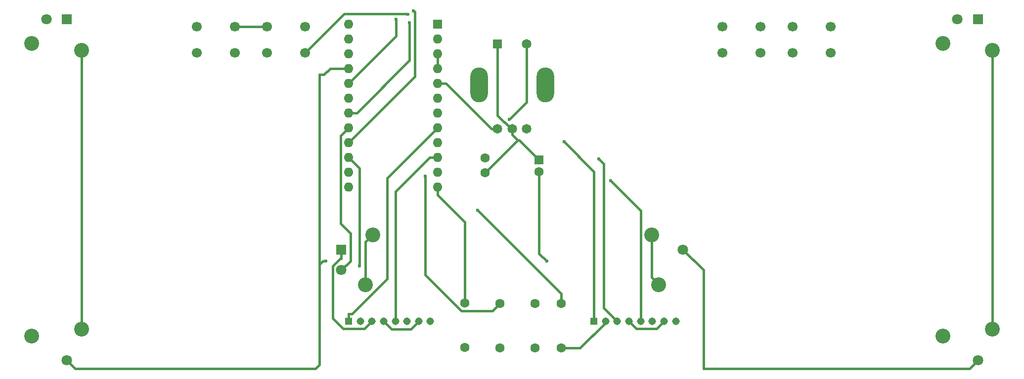
<source format=gbr>
%TF.GenerationSoftware,KiCad,Pcbnew,9.0.7*%
%TF.CreationDate,2026-01-26T22:48:02-06:00*%
%TF.ProjectId,FADETUBE_MIDI,46414445-5455-4424-955f-4d4944492e6b,rev?*%
%TF.SameCoordinates,Original*%
%TF.FileFunction,Copper,L2,Bot*%
%TF.FilePolarity,Positive*%
%FSLAX46Y46*%
G04 Gerber Fmt 4.6, Leading zero omitted, Abs format (unit mm)*
G04 Created by KiCad (PCBNEW 9.0.7) date 2026-01-26 22:48:02*
%MOMM*%
%LPD*%
G01*
G04 APERTURE LIST*
G04 Aperture macros list*
%AMRoundRect*
0 Rectangle with rounded corners*
0 $1 Rounding radius*
0 $2 $3 $4 $5 $6 $7 $8 $9 X,Y pos of 4 corners*
0 Add a 4 corners polygon primitive as box body*
4,1,4,$2,$3,$4,$5,$6,$7,$8,$9,$2,$3,0*
0 Add four circle primitives for the rounded corners*
1,1,$1+$1,$2,$3*
1,1,$1+$1,$4,$5*
1,1,$1+$1,$6,$7*
1,1,$1+$1,$8,$9*
0 Add four rect primitives between the rounded corners*
20,1,$1+$1,$2,$3,$4,$5,0*
20,1,$1+$1,$4,$5,$6,$7,0*
20,1,$1+$1,$6,$7,$8,$9,0*
20,1,$1+$1,$8,$9,$2,$3,0*%
G04 Aperture macros list end*
%TA.AperFunction,ComponentPad*%
%ADD10C,1.600000*%
%TD*%
%TA.AperFunction,ComponentPad*%
%ADD11R,1.650000X1.650000*%
%TD*%
%TA.AperFunction,ComponentPad*%
%ADD12C,1.650000*%
%TD*%
%TA.AperFunction,ComponentPad*%
%ADD13O,3.000000X6.000000*%
%TD*%
%TA.AperFunction,ComponentPad*%
%ADD14RoundRect,0.250000X-0.550000X0.550000X-0.550000X-0.550000X0.550000X-0.550000X0.550000X0.550000X0*%
%TD*%
%TA.AperFunction,ComponentPad*%
%ADD15C,1.700000*%
%TD*%
%TA.AperFunction,ComponentPad*%
%ADD16R,1.800000X1.800000*%
%TD*%
%TA.AperFunction,ComponentPad*%
%ADD17C,1.800000*%
%TD*%
%TA.AperFunction,ComponentPad*%
%ADD18C,2.550000*%
%TD*%
%TA.AperFunction,ComponentPad*%
%ADD19R,1.308000X1.308000*%
%TD*%
%TA.AperFunction,ComponentPad*%
%ADD20C,1.308000*%
%TD*%
%TA.AperFunction,ComponentPad*%
%ADD21R,1.600000X1.600000*%
%TD*%
%TA.AperFunction,ComponentPad*%
%ADD22O,1.600000X1.600000*%
%TD*%
%TA.AperFunction,ViaPad*%
%ADD23C,0.600000*%
%TD*%
%TA.AperFunction,Conductor*%
%ADD24C,0.400000*%
%TD*%
G04 APERTURE END LIST*
D10*
%TO.P,C1,1*%
%TO.N,GND*%
X-4630000Y4980000D03*
%TO.P,C1,2*%
%TO.N,Net-(ArduinoProMicroATmega32U4USBC-1-VCC)*%
X-4630000Y7480000D03*
%TD*%
D11*
%TO.P,ROTARY_ENCODER_BTN1,1*%
%TO.N,GND*%
X-2500000Y27000000D03*
D12*
%TO.P,ROTARY_ENCODER_BTN1,2*%
%TO.N,Net-(ArduinoProMicroATmega32U4USBC-1-D4{slash}A6)*%
X2500000Y27000000D03*
%TO.P,ROTARY_ENCODER_BTN1,A,A*%
%TO.N,Net-(ArduinoProMicroATmega32U4USBC-1-D2)*%
X-2500000Y12500000D03*
%TO.P,ROTARY_ENCODER_BTN1,B,B*%
%TO.N,Net-(ArduinoProMicroATmega32U4USBC-1-~D3)*%
X2500000Y12500000D03*
%TO.P,ROTARY_ENCODER_BTN1,C,COM*%
%TO.N,GND*%
X0Y12500000D03*
D13*
%TO.P,ROTARY_ENCODER_BTN1,SH1,SHIELD*%
%TO.N,Net-(ROTARY_ENCODER_BTN1-SHIELD-PadSH1)*%
X-5700000Y20000000D03*
%TO.P,ROTARY_ENCODER_BTN1,SH2,SHIELD*%
X5700000Y20000000D03*
%TD*%
D14*
%TO.P,C2,1*%
%TO.N,GND*%
X4580000Y7135100D03*
D10*
%TO.P,C2,2*%
%TO.N,Net-(ArduinoProMicroATmega32U4USBC-1-VCC)*%
X4580000Y5135100D03*
%TD*%
D15*
%TO.P,BTN_B_LOOP_IN1,1,A*%
%TO.N,Net-(ArduinoProMicroATmega32U4USBC-1-D15)*%
X36000000Y30000000D03*
X42500000Y30000000D03*
%TO.P,BTN_B_LOOP_IN1,2,B*%
%TO.N,GND*%
X36000000Y25500000D03*
X42500000Y25500000D03*
%TD*%
D16*
%TO.P,FADER_TEMPO_A1,1*%
%TO.N,GND*%
X79750000Y31250000D03*
D17*
%TO.P,FADER_TEMPO_A1,2*%
%TO.N,Net-(ArduinoProMicroATmega32U4USBC-1-D19{slash}A1)*%
X76250000Y31250000D03*
%TO.P,FADER_TEMPO_A1,3*%
%TO.N,Net-(ArduinoProMicroATmega32U4USBC-1-VCC)*%
X79750000Y-27250000D03*
D18*
%TO.P,FADER_TEMPO_A1,SH1,SHIELD*%
%TO.N,Net-(FADER_TEMPO_A1-SHIELD-PadSH1)*%
X82250000Y25900000D03*
%TO.P,FADER_TEMPO_A1,SH2,SHIELD*%
X73750000Y27100000D03*
%TO.P,FADER_TEMPO_A1,SH3,SHIELD*%
X82250000Y-21900000D03*
%TO.P,FADER_TEMPO_A1,SH4,SHIELD*%
X73750000Y-23100000D03*
%TD*%
D10*
%TO.P,R_PLAY_A1,1*%
%TO.N,Net-(J1_DECK_A1-Pad2)*%
X-8100000Y-24990000D03*
%TO.P,R_PLAY_A1,2*%
%TO.N,Net-(ArduinoProMicroATmega32U4USBC-1-~D9{slash}A9)*%
X-8100000Y-17370000D03*
%TD*%
D16*
%TO.P,FADER_CROSSFADER1,1*%
%TO.N,GND*%
X-29250000Y-8250000D03*
D17*
%TO.P,FADER_CROSSFADER1,2*%
%TO.N,Net-(ArduinoProMicroATmega32U4USBC-1-D18{slash}A0)*%
X-29250000Y-11750000D03*
%TO.P,FADER_CROSSFADER1,3*%
%TO.N,Net-(ArduinoProMicroATmega32U4USBC-1-VCC)*%
X29250000Y-8250000D03*
D18*
%TO.P,FADER_CROSSFADER1,SH1,SHIELD*%
%TO.N,Net-(FADER_CROSSFADER1-SHIELD-PadSH1)*%
X-23900000Y-5750000D03*
%TO.P,FADER_CROSSFADER1,SH2,SHIELD*%
X-25100000Y-14250000D03*
%TO.P,FADER_CROSSFADER1,SH3,SHIELD*%
X23900000Y-5750000D03*
%TO.P,FADER_CROSSFADER1,SH4,SHIELD*%
X25100000Y-14250000D03*
%TD*%
D15*
%TO.P,BTN_A_LOOP_IN1,1,A*%
%TO.N,GND*%
X-54000000Y30000000D03*
X-47500000Y30000000D03*
%TO.P,BTN_A_LOOP_IN1,2,B*%
%TO.N,Net-(ArduinoProMicroATmega32U4USBC-1-D0{slash}RX)*%
X-54000000Y25500000D03*
X-47500000Y25500000D03*
%TD*%
D10*
%TO.P,R_LOAD_A1,1*%
%TO.N,Net-(J1_DECK_A1-Pad6)*%
X-2100000Y-25140000D03*
%TO.P,R_LOAD_A1,2*%
%TO.N,Net-(ArduinoProMicroATmega32U4USBC-1-D16)*%
X-2100000Y-17520000D03*
%TD*%
D15*
%TO.P,BTN_B_LOOP_OUT1,1,A*%
%TO.N,Net-(ArduinoProMicroATmega32U4USBC-1-D21{slash}A3)*%
X48000000Y30000000D03*
X54500000Y30000000D03*
%TO.P,BTN_B_LOOP_OUT1,2,B*%
%TO.N,GND*%
X48000000Y25500000D03*
X54500000Y25500000D03*
%TD*%
%TO.P,BTN_A_LOOP_OUT1,1,A*%
%TO.N,GND*%
X-42000000Y30000000D03*
X-35500000Y30000000D03*
%TO.P,BTN_A_LOOP_OUT1,2,B*%
%TO.N,Net-(ArduinoProMicroATmega32U4USBC-1-D1{slash}TX)*%
X-42000000Y25500000D03*
X-35500000Y25500000D03*
%TD*%
D10*
%TO.P,R_LOAD_B1,1*%
%TO.N,Net-(J2_DECK_B1-Pad6)*%
X3900000Y-25140000D03*
%TO.P,R_LOAD_B1,2*%
%TO.N,Net-(ArduinoProMicroATmega32U4USBC-1-D14)*%
X3900000Y-17520000D03*
%TD*%
%TO.P,R_PLAY_B1,1*%
%TO.N,Net-(J2_DECK_B1-Pad2)*%
X8400000Y-25140000D03*
%TO.P,R_PLAY_B1,2*%
%TO.N,Net-(ArduinoProMicroATmega32U4USBC-1-~D10{slash}A10)*%
X8400000Y-17520000D03*
%TD*%
D16*
%TO.P,FADER_TEMPO_B1,1*%
%TO.N,GND*%
X-76250000Y31250000D03*
D17*
%TO.P,FADER_TEMPO_B1,2*%
%TO.N,Net-(ArduinoProMicroATmega32U4USBC-1-D20{slash}A2)*%
X-79750000Y31250000D03*
%TO.P,FADER_TEMPO_B1,3*%
%TO.N,Net-(ArduinoProMicroATmega32U4USBC-1-VCC)*%
X-76250000Y-27250000D03*
D18*
%TO.P,FADER_TEMPO_B1,SH1,SHIELD*%
%TO.N,Net-(FADER_TEMPO_B1-SHIELD-PadSH1)*%
X-73750000Y25900000D03*
%TO.P,FADER_TEMPO_B1,SH2,SHIELD*%
X-82250000Y27100000D03*
%TO.P,FADER_TEMPO_B1,SH3,SHIELD*%
X-73750000Y-21900000D03*
%TO.P,FADER_TEMPO_B1,SH4,SHIELD*%
X-82250000Y-23100000D03*
%TD*%
D19*
%TO.P,J1_DECK_A1,1,1*%
%TO.N,Net-(ArduinoProMicroATmega32U4USBC-1-~D5)*%
X-28000000Y-20550000D03*
D20*
%TO.P,J1_DECK_A1,2,2*%
%TO.N,Net-(J1_DECK_A1-Pad2)*%
X-26000000Y-20550000D03*
%TO.P,J1_DECK_A1,3,3*%
%TO.N,GND*%
X-24000000Y-20550000D03*
%TO.P,J1_DECK_A1,4,4*%
X-22000000Y-20550000D03*
%TO.P,J1_DECK_A1,5,5*%
%TO.N,Net-(ArduinoProMicroATmega32U4USBC-1-D7)*%
X-20000000Y-20550000D03*
%TO.P,J1_DECK_A1,6,6*%
%TO.N,Net-(J1_DECK_A1-Pad6)*%
X-18000000Y-20550000D03*
%TO.P,J1_DECK_A1,7,7*%
%TO.N,GND*%
X-16000000Y-20550000D03*
%TO.P,J1_DECK_A1,8,8*%
X-14000000Y-20550000D03*
%TD*%
D21*
%TO.P,ArduinoProMicroATmega32U4USBC-1,1,D1/TX*%
%TO.N,Net-(ArduinoProMicroATmega32U4USBC-1-D1{slash}TX)*%
X-12760000Y30440000D03*
D22*
%TO.P,ArduinoProMicroATmega32U4USBC-1,2,D0/RX*%
%TO.N,Net-(ArduinoProMicroATmega32U4USBC-1-D0{slash}RX)*%
X-12760000Y27900000D03*
%TO.P,ArduinoProMicroATmega32U4USBC-1,3,GND*%
%TO.N,GND*%
X-12760000Y25360000D03*
%TO.P,ArduinoProMicroATmega32U4USBC-1,4,GND*%
X-12760000Y22820000D03*
%TO.P,ArduinoProMicroATmega32U4USBC-1,5,D2*%
%TO.N,Net-(ArduinoProMicroATmega32U4USBC-1-D2)*%
X-12760000Y20280000D03*
%TO.P,ArduinoProMicroATmega32U4USBC-1,6,~D3*%
%TO.N,Net-(ArduinoProMicroATmega32U4USBC-1-~D3)*%
X-12760000Y17740000D03*
%TO.P,ArduinoProMicroATmega32U4USBC-1,7,D4/A6*%
%TO.N,Net-(ArduinoProMicroATmega32U4USBC-1-D4{slash}A6)*%
X-12760000Y15200000D03*
%TO.P,ArduinoProMicroATmega32U4USBC-1,8,~D5*%
%TO.N,Net-(ArduinoProMicroATmega32U4USBC-1-~D5)*%
X-12760000Y12660000D03*
%TO.P,ArduinoProMicroATmega32U4USBC-1,9,~D6/A7*%
%TO.N,Net-(ArduinoProMicroATmega32U4USBC-1-~D6{slash}A7)*%
X-12760000Y10120000D03*
%TO.P,ArduinoProMicroATmega32U4USBC-1,10,D7*%
%TO.N,Net-(ArduinoProMicroATmega32U4USBC-1-D7)*%
X-12760000Y7580000D03*
%TO.P,ArduinoProMicroATmega32U4USBC-1,11,D8/A8*%
%TO.N,Net-(ArduinoProMicroATmega32U4USBC-1-D8{slash}A8)*%
X-12760000Y5040000D03*
%TO.P,ArduinoProMicroATmega32U4USBC-1,12,~D9/A9*%
%TO.N,Net-(ArduinoProMicroATmega32U4USBC-1-~D9{slash}A9)*%
X-12760000Y2500000D03*
%TO.P,ArduinoProMicroATmega32U4USBC-1,13,~D10/A10*%
%TO.N,Net-(ArduinoProMicroATmega32U4USBC-1-~D10{slash}A10)*%
X-28000000Y2500000D03*
%TO.P,ArduinoProMicroATmega32U4USBC-1,14,D16*%
%TO.N,Net-(ArduinoProMicroATmega32U4USBC-1-D16)*%
X-28000000Y5040000D03*
%TO.P,ArduinoProMicroATmega32U4USBC-1,15,D14*%
%TO.N,Net-(ArduinoProMicroATmega32U4USBC-1-D14)*%
X-28000000Y7580000D03*
%TO.P,ArduinoProMicroATmega32U4USBC-1,16,D15*%
%TO.N,Net-(ArduinoProMicroATmega32U4USBC-1-D15)*%
X-28000000Y10120000D03*
%TO.P,ArduinoProMicroATmega32U4USBC-1,17,D18/A0*%
%TO.N,Net-(ArduinoProMicroATmega32U4USBC-1-D18{slash}A0)*%
X-28000000Y12660000D03*
%TO.P,ArduinoProMicroATmega32U4USBC-1,18,D19/A1*%
%TO.N,Net-(ArduinoProMicroATmega32U4USBC-1-D19{slash}A1)*%
X-28000000Y15200000D03*
%TO.P,ArduinoProMicroATmega32U4USBC-1,19,D20/A2*%
%TO.N,Net-(ArduinoProMicroATmega32U4USBC-1-D20{slash}A2)*%
X-28000000Y17740000D03*
%TO.P,ArduinoProMicroATmega32U4USBC-1,20,D21/A3*%
%TO.N,Net-(ArduinoProMicroATmega32U4USBC-1-D21{slash}A3)*%
X-28000000Y20280000D03*
%TO.P,ArduinoProMicroATmega32U4USBC-1,21,VCC*%
%TO.N,Net-(ArduinoProMicroATmega32U4USBC-1-VCC)*%
X-28000000Y22820000D03*
%TO.P,ArduinoProMicroATmega32U4USBC-1,22,RST*%
%TO.N,unconnected-(ArduinoProMicroATmega32U4USBC-1-RST-Pad22)*%
X-28000000Y25360000D03*
%TO.P,ArduinoProMicroATmega32U4USBC-1,23,GND*%
%TO.N,unconnected-(ArduinoProMicroATmega32U4USBC-1-GND-Pad23)*%
X-28000000Y27900000D03*
%TO.P,ArduinoProMicroATmega32U4USBC-1,24,RAW*%
%TO.N,unconnected-(ArduinoProMicroATmega32U4USBC-1-RAW-Pad24)*%
X-28000000Y30440000D03*
%TD*%
D19*
%TO.P,J2_DECK_B1,1,1*%
%TO.N,Net-(ArduinoProMicroATmega32U4USBC-1-~D6{slash}A7)*%
X14000000Y-20550000D03*
D20*
%TO.P,J2_DECK_B1,2,2*%
%TO.N,Net-(J2_DECK_B1-Pad2)*%
X16000000Y-20550000D03*
%TO.P,J2_DECK_B1,3,3*%
%TO.N,GND*%
X18000000Y-20550000D03*
%TO.P,J2_DECK_B1,4,4*%
X20000000Y-20550000D03*
%TO.P,J2_DECK_B1,5,5*%
%TO.N,Net-(ArduinoProMicroATmega32U4USBC-1-D8{slash}A8)*%
X22000000Y-20550000D03*
%TO.P,J2_DECK_B1,6,6*%
%TO.N,Net-(J2_DECK_B1-Pad6)*%
X24000000Y-20550000D03*
%TO.P,J2_DECK_B1,7,7*%
%TO.N,GND*%
X26000000Y-20550000D03*
%TO.P,J2_DECK_B1,8,8*%
X28000000Y-20550000D03*
%TD*%
D23*
%TO.N,GND*%
X14800500Y7342400D03*
%TO.N,Net-(ArduinoProMicroATmega32U4USBC-1-D14)*%
X-26112500Y-11068700D03*
%TO.N,Net-(ArduinoProMicroATmega32U4USBC-1-D16)*%
X-14903700Y4387500D03*
%TO.N,Net-(ArduinoProMicroATmega32U4USBC-1-D4{slash}A6)*%
X-481900Y14060700D03*
%TO.N,Net-(ArduinoProMicroATmega32U4USBC-1-~D6{slash}A7)*%
X8862400Y10237500D03*
%TO.N,Net-(ArduinoProMicroATmega32U4USBC-1-D19{slash}A1)*%
X-17586800Y30688000D03*
%TO.N,Net-(ArduinoProMicroATmega32U4USBC-1-~D10{slash}A10)*%
X-5908100Y-1462500D03*
%TO.N,Net-(ArduinoProMicroATmega32U4USBC-1-VCC)*%
X-31909000Y-10237500D03*
X5908300Y-10237500D03*
%TO.N,Net-(ArduinoProMicroATmega32U4USBC-1-D8{slash}A8)*%
X16881100Y3543900D03*
%TO.N,Net-(ArduinoProMicroATmega32U4USBC-1-D15)*%
X-16887700Y32743600D03*
%TO.N,Net-(ArduinoProMicroATmega32U4USBC-1-D1{slash}TX)*%
X-17828000Y32150500D03*
%TO.N,Net-(ArduinoProMicroATmega32U4USBC-1-D21{slash}A3)*%
X-19866700Y31285400D03*
%TD*%
D24*
%TO.N,GND*%
X-2500000Y14803700D02*
X-196300Y12500000D01*
X-12760000Y22820000D02*
X-12760000Y25360000D01*
X-28916400Y-21854000D02*
X-30751700Y-20018700D01*
X-30751700Y-20018700D02*
X-30751700Y-11065600D01*
X-196300Y12500000D02*
X0Y12500000D01*
X-22000000Y-20550000D02*
X-20675600Y-21874400D01*
X21285600Y-21835600D02*
X20000000Y-20550000D01*
X-42000000Y30000000D02*
X-47500000Y30000000D01*
X-24000000Y-20550000D02*
X-25304000Y-21854000D01*
X-29250000Y-8250000D02*
X-29250000Y-9751700D01*
X-17324400Y-21874400D02*
X-16000000Y-20550000D01*
X-30751700Y-11065600D02*
X-29437800Y-9751700D01*
X24714400Y-21835600D02*
X21285600Y-21835600D01*
X26000000Y-20550000D02*
X24714400Y-21835600D01*
X-20675600Y-21874400D02*
X-17324400Y-21874400D01*
X-2500000Y27000000D02*
X-2500000Y14803700D01*
X0Y11500000D02*
X945000Y10555000D01*
X-25304000Y-21854000D02*
X-28916400Y-21854000D01*
X-29437800Y-9751700D02*
X-29250000Y-9751700D01*
X18000000Y-20550000D02*
X15673600Y-18223600D01*
X0Y12500000D02*
X0Y11500000D01*
X945000Y10555000D02*
X-4630000Y4980000D01*
X15673600Y6469300D02*
X14800500Y7342400D01*
X1160100Y10555000D02*
X945000Y10555000D01*
X4580000Y7135100D02*
X1160100Y10555000D01*
X15673600Y-18223600D02*
X15673600Y6469300D01*
%TO.N,Net-(J2_DECK_B1-Pad2)*%
X11638600Y-25140000D02*
X16000000Y-20778600D01*
X16000000Y-20778600D02*
X16000000Y-20550000D01*
X8400000Y-25140000D02*
X11638600Y-25140000D01*
%TO.N,Net-(ArduinoProMicroATmega32U4USBC-1-D14)*%
X-28000000Y7580000D02*
X-26112500Y5692500D01*
X-26112500Y5692500D02*
X-26112500Y-11068700D01*
%TO.N,Net-(ArduinoProMicroATmega32U4USBC-1-D2)*%
X-11358300Y20280000D02*
X-3578300Y12500000D01*
X-12760000Y20280000D02*
X-11358300Y20280000D01*
X-3578300Y12500000D02*
X-2500000Y12500000D01*
%TO.N,Net-(ArduinoProMicroATmega32U4USBC-1-D18{slash}A0)*%
X-29402200Y11257800D02*
X-29402200Y-3761100D01*
X-28000000Y12660000D02*
X-29402200Y11257800D01*
X-27704200Y-10204200D02*
X-29250000Y-11750000D01*
X-29402200Y-3761100D02*
X-27704200Y-5459100D01*
X-27704200Y-5459100D02*
X-27704200Y-10204200D01*
%TO.N,Net-(ArduinoProMicroATmega32U4USBC-1-D16)*%
X-8668100Y-18793500D02*
X-3373500Y-18793500D01*
X-14903700Y-12557900D02*
X-8668100Y-18793500D01*
X-3373500Y-18793500D02*
X-2100000Y-17520000D01*
X-14903700Y4387500D02*
X-14903700Y-12557900D01*
%TO.N,Net-(ArduinoProMicroATmega32U4USBC-1-D7)*%
X-20000000Y1741700D02*
X-14161700Y7580000D01*
X-12760000Y7580000D02*
X-14161700Y7580000D01*
X-20000000Y-20550000D02*
X-20000000Y1741700D01*
%TO.N,Net-(ArduinoProMicroATmega32U4USBC-1-D4{slash}A6)*%
X2500000Y17042600D02*
X-481900Y14060700D01*
X2500000Y27000000D02*
X2500000Y17042600D01*
%TO.N,Net-(ArduinoProMicroATmega32U4USBC-1-~D5)*%
X-28000000Y-20550000D02*
X-28000000Y-19294300D01*
X-21393400Y4026600D02*
X-12760000Y12660000D01*
X-28000000Y-19294300D02*
X-27450600Y-19294300D01*
X-21393400Y-13237100D02*
X-21393400Y4026600D01*
X-27450600Y-19294300D02*
X-21393400Y-13237100D01*
%TO.N,Net-(ArduinoProMicroATmega32U4USBC-1-~D6{slash}A7)*%
X14000000Y5099900D02*
X14000000Y-20550000D01*
X8862400Y10237500D02*
X14000000Y5099900D01*
%TO.N,Net-(ArduinoProMicroATmega32U4USBC-1-~D9{slash}A9)*%
X-12760000Y2500000D02*
X-12760000Y1098300D01*
X-8100000Y-17370000D02*
X-8100000Y-3561700D01*
X-8100000Y-3561700D02*
X-12760000Y1098300D01*
%TO.N,Net-(ArduinoProMicroATmega32U4USBC-1-D19{slash}A1)*%
X-17586800Y30688000D02*
X-17587900Y30686900D01*
X-28000000Y15200000D02*
X-26598300Y15200000D01*
X-17586800Y24211500D02*
X-26598300Y15200000D01*
X-17587900Y30686900D02*
X-17586800Y30688000D01*
X-17586800Y30688000D02*
X-17586800Y24211500D01*
%TO.N,Net-(ArduinoProMicroATmega32U4USBC-1-~D10{slash}A10)*%
X8400000Y-15770600D02*
X-5908100Y-1462500D01*
X8400000Y-17520000D02*
X8400000Y-15770600D01*
%TO.N,Net-(ArduinoProMicroATmega32U4USBC-1-VCC)*%
X-76250000Y-27250000D02*
X-74799000Y-28701000D01*
X-33709600Y-28701000D02*
X-33000000Y-27991400D01*
X33688600Y-28680000D02*
X33709600Y-28701000D01*
X78320000Y-28680000D02*
X79750000Y-27250000D01*
X32740000Y-11740000D02*
X32740000Y-28680000D01*
X-33000000Y-27991400D02*
X-33000000Y-10828500D01*
X29250000Y-8250000D02*
X32740000Y-11740000D01*
X33709600Y-28701000D02*
X70290400Y-28701000D01*
X-32409000Y-10237500D02*
X-31909000Y-10237500D01*
X32740000Y-28680000D02*
X33688600Y-28680000D01*
X-31180000Y22820000D02*
X-28000000Y22820000D01*
X-33000000Y-10828500D02*
X-32409000Y-10237500D01*
X4580000Y5135100D02*
X4580000Y-8909200D01*
X4580000Y-8909200D02*
X5908300Y-10237500D01*
X-33000000Y21750000D02*
X-32250000Y21750000D01*
X70311400Y-28680000D02*
X78320000Y-28680000D01*
X-74799000Y-28701000D02*
X-33709600Y-28701000D01*
X70290400Y-28701000D02*
X70311400Y-28680000D01*
X-33000000Y-10828500D02*
X-33000000Y21750000D01*
X-32250000Y21750000D02*
X-31180000Y22820000D01*
%TO.N,Net-(ArduinoProMicroATmega32U4USBC-1-D8{slash}A8)*%
X22000000Y-1575000D02*
X22000000Y-20550000D01*
X16881100Y3543900D02*
X22000000Y-1575000D01*
%TO.N,Net-(ArduinoProMicroATmega32U4USBC-1-D15)*%
X-16856000Y32711900D02*
X-16887700Y32743600D01*
X-16661900Y21458100D02*
X-16661900Y32517800D01*
X-16661900Y32517800D02*
X-16887700Y32743600D01*
X-28000000Y10120000D02*
X-16661900Y21458100D01*
X-16887700Y32743600D02*
X-16856000Y32711900D01*
%TO.N,Net-(ArduinoProMicroATmega32U4USBC-1-D1{slash}TX)*%
X-28812900Y32187100D02*
X-35500000Y25500000D01*
X-17864600Y32187100D02*
X-28812900Y32187100D01*
X-17828000Y32150500D02*
X-17864600Y32187100D01*
%TO.N,Net-(ArduinoProMicroATmega32U4USBC-1-D21{slash}A3)*%
X-19866700Y28413300D02*
X-28000000Y20280000D01*
X-19866700Y31285400D02*
X-19866700Y28413300D01*
%TO.N,Net-(FADER_CROSSFADER1-SHIELD-PadSH1)*%
X-23900000Y-5750000D02*
X-25100000Y-6950000D01*
X-25100000Y-6950000D02*
X-25100000Y-14250000D01*
X25100000Y-14250000D02*
X23900000Y-13050000D01*
X23900000Y-13050000D02*
X23900000Y-5750000D01*
%TO.N,Net-(FADER_TEMPO_A1-SHIELD-PadSH1)*%
X82250000Y-21900000D02*
X82250000Y25900000D01*
%TO.N,Net-(FADER_TEMPO_B1-SHIELD-PadSH1)*%
X-73750000Y-21900000D02*
X-73750000Y25900000D01*
%TD*%
M02*

</source>
